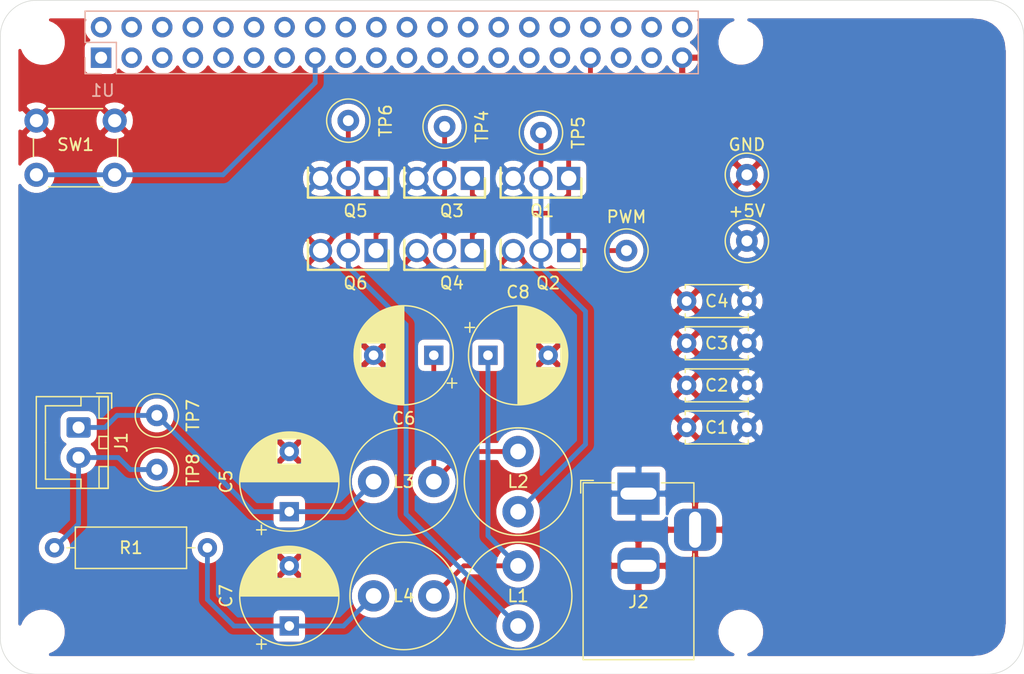
<source format=kicad_pcb>
(kicad_pcb (version 20171130) (host pcbnew "(5.1.5)-2")
  (title_block (title CAL_V_Simulation) (date 2020-08-02) (company "Sleep System Lab."))
  (layers (0 F.Cu signal hide) (31 B.Cu signal hide) (34 B.Paste user) (35 F.Paste user) (36 B.SilkS user) (37 F.SilkS user) (38 B.Mask user) (39 F.Mask user) (44 Edge.Cuts user))
  (net 0 "")
  (net 1 GND)
  (net 2 +5V)
  (net 3 "Net-(L1-Pad1)")
  (net 4 "Net-(L2-Pad1)")
  (net 5 /PWM)
  (net 6 "Net-(Q3-Pad2)")
  (net 7 "Net-(SW1-Pad2)")
  (net 8 "Net-(U1-Pad1)")
  (net 9 "Net-(U1-Pad3)")
  (net 10 "Net-(U1-Pad5)")
  (net 11 "Net-(U1-Pad7)")
  (net 12 "Net-(U1-Pad8)")
  (net 13 "Net-(U1-Pad10)")
  (net 14 "Net-(U1-Pad11)")
  (net 15 "Net-(U1-Pad12)")
  (net 16 "Net-(U1-Pad13)")
  (net 17 "Net-(U1-Pad16)")
  (net 18 "Net-(U1-Pad17)")
  (net 19 "Net-(U1-Pad18)")
  (net 20 "Net-(U1-Pad19)")
  (net 21 "Net-(U1-Pad21)")
  (net 22 "Net-(U1-Pad22)")
  (net 23 "Net-(U1-Pad23)")
  (net 24 "Net-(U1-Pad24)")
  (net 25 "Net-(U1-Pad26)")
  (net 26 "Net-(U1-Pad27)")
  (net 27 "Net-(U1-Pad28)")
  (net 28 "Net-(U1-Pad29)")
  (net 29 "Net-(U1-Pad31)")
  (net 30 "Net-(U1-Pad35)")
  (net 31 "Net-(U1-Pad36)")
  (net 32 "Net-(U1-Pad37)")
  (net 33 "Net-(U1-Pad38)")
  (net 34 "Net-(U1-Pad40)")
  (net 35 "Net-(U1-Pad6)")
  (net 36 "Net-(U1-Pad14)")
  (net 37 "Net-(U1-Pad20)")
  (net 38 "Net-(U1-Pad30)")
  (net 39 "Net-(U1-Pad32)")
  (net 40 "Net-(U1-Pad34)")
  (net 41 "Net-(C5-Pad1)")
  (net 42 "Net-(C6-Pad1)")
  (net 43 "Net-(C7-Pad1)")
  (net 44 "Net-(C8-Pad1)")
  (net 45 "Net-(J1-Pad2)")
  (net 46 "Net-(U1-Pad2)")
  (net 47 "Net-(U1-Pad4)")
  (net 48 "Net-(U1-Pad9)")
  (net 49 "Net-(U1-Pad25)")
  (module TestPoint:TestPoint_Loop_D3.50mm_Drill0.9mm_Beaded (layer F.Cu) (at 94.9 105 90)
    (fp_text reference TP5 (at 0 3.1 90) (layer F.SilkS))
    (fp_text value TestPoint)
    (pad 1 thru_hole circle (at 0 0 90) (size 1.8 1.8) (drill 0.9) (layers *.Cu *.Mask) (net 4 "Net-(L2-Pad1)"))
  )
  (module Connector_JST:JST_XH_B2B-XH-A_1x02_P2.50mm_Vertical (layer F.Cu) (at 56.5 129.5 270)
    (fp_text reference J1 (at 1.25 -3.55 90) (layer F.SilkS))
    (fp_text value SPK)
    (pad 1 thru_hole roundrect (at 0 0 270) (size 1.7 2) (drill 1) (layers *.Cu *.Mask) (roundrect_rratio 0.147059) (net 41 "Net-(C5-Pad1)"))
    (pad 2 thru_hole oval (at 2.5 0 270) (size 1.7 2) (drill 1) (layers *.Cu *.Mask) (net 45 "Net-(J1-Pad2)"))
  )
  (module TestPoint:TestPoint_Loop_D3.50mm_Drill0.9mm_Beaded (layer F.Cu) (at 102 114.8 90)
    (fp_text reference PWM (at 2.8 0 180) (layer F.SilkS))
    (fp_text value TestPoint)
    (pad 1 thru_hole circle (at 0 0 90) (size 1.8 1.8) (drill 0.9) (layers *.Cu *.Mask) (net 5 /PWM))
  )
  (module TestPoint:TestPoint_Loop_D3.50mm_Drill0.9mm_Beaded (layer F.Cu) (at 86.9 104.5 90)
    (fp_text reference TP4 (at 0 3.1 90) (layer F.SilkS))
    (fp_text value TestPoint)
    (pad 1 thru_hole circle (at 0 0 90) (size 1.8 1.8) (drill 0.9) (layers *.Cu *.Mask) (net 6 "Net-(Q3-Pad2)"))
  )
  (module Button_Switch_THT:SW_PUSH_6mm (layer F.Cu) (at 53 104)
    (fp_text reference SW1 (at 3.25 2) (layer F.SilkS))
    (fp_text value SW_Push)
    (pad 2 thru_hole circle (at 0 4.5 90) (size 2 2) (drill 1.1) (layers *.Cu *.Mask) (net 7 "Net-(SW1-Pad2)"))
    (pad 1 thru_hole circle (at 0 0 90) (size 2 2) (drill 1.1) (layers *.Cu *.Mask) (net 1 GND))
    (pad 2 thru_hole circle (at 6.5 4.5 90) (size 2 2) (drill 1.1) (layers *.Cu *.Mask) (net 7 "Net-(SW1-Pad2)"))
    (pad 1 thru_hole circle (at 6.5 0 90) (size 2 2) (drill 1.1) (layers *.Cu *.Mask) (net 1 GND))
  )
  (module Connector_BarrelJack:BarrelJack_Horizontal (layer F.Cu) (at 103 135 90)
    (fp_text reference J2 (at -9 0 180) (layer F.SilkS))
    (fp_text value POWER)
    (pad 1 thru_hole rect (at 0 0 90) (size 3.5 3.5) (drill oval 1 3) (layers *.Cu *.Mask) (net 2 +5V))
    (pad 2 thru_hole roundrect (at -6 0 90) (size 3 3.5) (drill oval 1 3) (layers *.Cu *.Mask) (net 1 GND))
    (pad 3 thru_hole roundrect (at -3 4.7 90) (size 3.5 3.5) (drill oval 3 1) (layers *.Cu *.Mask) (net 1 GND))
  )
  (module MountingHole:MountingHole_2.7mm_M2.5 (layer F.Cu) (at 111.5 146.5)
    (fp_text reference MH4 hide)
    (fp_text value MountingHole_2.7mm_M2.5 hide)
    (pad 1 np_thru_hole circle (at 0 0) (size 2.7 2.7) (drill 2.7) (layers *.Cu *.Mask))
  )
  (module MountingHole:MountingHole_2.7mm_M2.5 (layer F.Cu) (at 111.5 97.5)
    (fp_text reference MH1 hide)
    (fp_text value MountingHole_2.7mm_M2.5 hide)
    (pad 1 np_thru_hole circle (at 0 0) (size 2.7 2.7) (drill 2.7) (layers *.Cu *.Mask))
  )
  (module MountingHole:MountingHole_2.7mm_M2.5 (layer F.Cu) (at 53.5 97.5)
    (fp_text reference MH2 hide)
    (fp_text value MountingHole_2.7mm_M2.5 hide)
    (pad 1 np_thru_hole circle (at 0 0) (size 2.7 2.7) (drill 2.7) (layers *.Cu *.Mask))
  )
  (module MountingHole:MountingHole_2.7mm_M2.5 (layer F.Cu) (at 53.5 146.5)
    (fp_text reference MH3 hide)
    (fp_text value MountingHole_2.7mm_M2.5 hide)
    (pad 1 np_thru_hole circle (at 0 0) (size 2.7 2.7) (drill 2.7) (layers *.Cu *.Mask))
  )
  (module Connector_PinSocket_2.54mm:PinSocket_2x20_P2.54mm_Vertical (layer B.Cu) (at 58.37 98.77 270)
    (fp_text reference U1 (at 2.73 -0.13) (layer B.SilkS) (effects (justify mirror)))
    (fp_text value Raspberry_Pi_2)
    (pad 1 thru_hole rect (at 0 0 270) (size 1.7 1.7) (drill 1) (layers *.Cu *.Mask) (net 8 "Net-(U1-Pad1)"))
    (pad 2 thru_hole oval (at -2.54 0 270) (size 1.7 1.7) (drill 1) (layers *.Cu *.Mask) (net 46 "Net-(U1-Pad2)"))
    (pad 3 thru_hole oval (at 0 -2.54 270) (size 1.7 1.7) (drill 1) (layers *.Cu *.Mask) (net 9 "Net-(U1-Pad3)"))
    (pad 4 thru_hole oval (at -2.54 -2.54 270) (size 1.7 1.7) (drill 1) (layers *.Cu *.Mask) (net 47 "Net-(U1-Pad4)"))
    (pad 5 thru_hole oval (at 0 -5.08 270) (size 1.7 1.7) (drill 1) (layers *.Cu *.Mask) (net 10 "Net-(U1-Pad5)"))
    (pad 6 thru_hole oval (at -2.54 -5.08 270) (size 1.7 1.7) (drill 1) (layers *.Cu *.Mask) (net 35 "Net-(U1-Pad6)"))
    (pad 7 thru_hole oval (at 0 -7.62 270) (size 1.7 1.7) (drill 1) (layers *.Cu *.Mask) (net 11 "Net-(U1-Pad7)"))
    (pad 8 thru_hole oval (at -2.54 -7.62 270) (size 1.7 1.7) (drill 1) (layers *.Cu *.Mask) (net 12 "Net-(U1-Pad8)"))
    (pad 9 thru_hole oval (at 0 -10.16 270) (size 1.7 1.7) (drill 1) (layers *.Cu *.Mask) (net 48 "Net-(U1-Pad9)"))
    (pad 10 thru_hole oval (at -2.54 -10.16 270) (size 1.7 1.7) (drill 1) (layers *.Cu *.Mask) (net 13 "Net-(U1-Pad10)"))
    (pad 11 thru_hole oval (at 0 -12.7 270) (size 1.7 1.7) (drill 1) (layers *.Cu *.Mask) (net 14 "Net-(U1-Pad11)"))
    (pad 12 thru_hole oval (at -2.54 -12.7 270) (size 1.7 1.7) (drill 1) (layers *.Cu *.Mask) (net 15 "Net-(U1-Pad12)"))
    (pad 13 thru_hole oval (at 0 -15.24 270) (size 1.7 1.7) (drill 1) (layers *.Cu *.Mask) (net 16 "Net-(U1-Pad13)"))
    (pad 14 thru_hole oval (at -2.54 -15.24 270) (size 1.7 1.7) (drill 1) (layers *.Cu *.Mask) (net 36 "Net-(U1-Pad14)"))
    (pad 15 thru_hole oval (at 0 -17.78 270) (size 1.7 1.7) (drill 1) (layers *.Cu *.Mask) (net 7 "Net-(SW1-Pad2)"))
    (pad 16 thru_hole oval (at -2.54 -17.78 270) (size 1.7 1.7) (drill 1) (layers *.Cu *.Mask) (net 17 "Net-(U1-Pad16)"))
    (pad 17 thru_hole oval (at 0 -20.32 270) (size 1.7 1.7) (drill 1) (layers *.Cu *.Mask) (net 18 "Net-(U1-Pad17)"))
    (pad 18 thru_hole oval (at -2.54 -20.32 270) (size 1.7 1.7) (drill 1) (layers *.Cu *.Mask) (net 19 "Net-(U1-Pad18)"))
    (pad 19 thru_hole oval (at 0 -22.86 270) (size 1.7 1.7) (drill 1) (layers *.Cu *.Mask) (net 20 "Net-(U1-Pad19)"))
    (pad 20 thru_hole oval (at -2.54 -22.86 270) (size 1.7 1.7) (drill 1) (layers *.Cu *.Mask) (net 37 "Net-(U1-Pad20)"))
    (pad 21 thru_hole oval (at 0 -25.4 270) (size 1.7 1.7) (drill 1) (layers *.Cu *.Mask) (net 21 "Net-(U1-Pad21)"))
    (pad 22 thru_hole oval (at -2.54 -25.4 270) (size 1.7 1.7) (drill 1) (layers *.Cu *.Mask) (net 22 "Net-(U1-Pad22)"))
    (pad 23 thru_hole oval (at 0 -27.94 270) (size 1.7 1.7) (drill 1) (layers *.Cu *.Mask) (net 23 "Net-(U1-Pad23)"))
    (pad 24 thru_hole oval (at -2.54 -27.94 270) (size 1.7 1.7) (drill 1) (layers *.Cu *.Mask) (net 24 "Net-(U1-Pad24)"))
    (pad 25 thru_hole oval (at 0 -30.48 270) (size 1.7 1.7) (drill 1) (layers *.Cu *.Mask) (net 49 "Net-(U1-Pad25)"))
    (pad 26 thru_hole oval (at -2.54 -30.48 270) (size 1.7 1.7) (drill 1) (layers *.Cu *.Mask) (net 25 "Net-(U1-Pad26)"))
    (pad 27 thru_hole oval (at 0 -33.02 270) (size 1.7 1.7) (drill 1) (layers *.Cu *.Mask) (net 26 "Net-(U1-Pad27)"))
    (pad 28 thru_hole oval (at -2.54 -33.02 270) (size 1.7 1.7) (drill 1) (layers *.Cu *.Mask) (net 27 "Net-(U1-Pad28)"))
    (pad 29 thru_hole oval (at 0 -35.56 270) (size 1.7 1.7) (drill 1) (layers *.Cu *.Mask) (net 28 "Net-(U1-Pad29)"))
    (pad 30 thru_hole oval (at -2.54 -35.56 270) (size 1.7 1.7) (drill 1) (layers *.Cu *.Mask) (net 38 "Net-(U1-Pad30)"))
    (pad 31 thru_hole oval (at 0 -38.1 270) (size 1.7 1.7) (drill 1) (layers *.Cu *.Mask) (net 29 "Net-(U1-Pad31)"))
    (pad 32 thru_hole oval (at -2.54 -38.1 270) (size 1.7 1.7) (drill 1) (layers *.Cu *.Mask) (net 39 "Net-(U1-Pad32)"))
    (pad 33 thru_hole oval (at 0 -40.64 270) (size 1.7 1.7) (drill 1) (layers *.Cu *.Mask) (net 5 /PWM))
    (pad 34 thru_hole oval (at -2.54 -40.64 270) (size 1.7 1.7) (drill 1) (layers *.Cu *.Mask) (net 40 "Net-(U1-Pad34)"))
    (pad 35 thru_hole oval (at 0 -43.18 270) (size 1.7 1.7) (drill 1) (layers *.Cu *.Mask) (net 30 "Net-(U1-Pad35)"))
    (pad 36 thru_hole oval (at -2.54 -43.18 270) (size 1.7 1.7) (drill 1) (layers *.Cu *.Mask) (net 31 "Net-(U1-Pad36)"))
    (pad 37 thru_hole oval (at 0 -45.72 270) (size 1.7 1.7) (drill 1) (layers *.Cu *.Mask) (net 32 "Net-(U1-Pad37)"))
    (pad 38 thru_hole oval (at -2.54 -45.72 270) (size 1.7 1.7) (drill 1) (layers *.Cu *.Mask) (net 33 "Net-(U1-Pad38)"))
    (pad 39 thru_hole oval (at 0 -48.26 270) (size 1.7 1.7) (drill 1) (layers *.Cu *.Mask) (net 1 GND))
    (pad 40 thru_hole oval (at -2.54 -48.26 270) (size 1.7 1.7) (drill 1) (layers *.Cu *.Mask) (net 34 "Net-(U1-Pad40)"))
  )
  (module Capacitor_THT:C_Disc_D5.0mm_W2.5mm_P5.00mm (layer F.Cu) (at 107 129.5)
    (fp_text reference C1 (at 2.5 0) (layer F.SilkS))
    (fp_text value 10μF)
    (pad 2 thru_hole circle (at 5 0) (size 1.6 1.6) (drill 0.8) (layers *.Cu *.Mask) (net 2 +5V))
    (pad 1 thru_hole circle (at 0 0) (size 1.6 1.6) (drill 0.8) (layers *.Cu *.Mask) (net 1 GND))
  )
  (module Capacitor_THT:C_Disc_D5.0mm_W2.5mm_P5.00mm (layer F.Cu) (at 107 126)
    (fp_text reference C2 (at 2.5 0) (layer F.SilkS))
    (fp_text value 10μF)
    (pad 1 thru_hole circle (at 0 0) (size 1.6 1.6) (drill 0.8) (layers *.Cu *.Mask) (net 1 GND))
    (pad 2 thru_hole circle (at 5 0) (size 1.6 1.6) (drill 0.8) (layers *.Cu *.Mask) (net 2 +5V))
  )
  (module Capacitor_THT:C_Disc_D5.0mm_W2.5mm_P5.00mm (layer F.Cu) (at 107 122.5)
    (fp_text reference C3 (at 2.5 0) (layer F.SilkS))
    (fp_text value 10μF)
    (pad 2 thru_hole circle (at 5 0) (size 1.6 1.6) (drill 0.8) (layers *.Cu *.Mask) (net 2 +5V))
    (pad 1 thru_hole circle (at 0 0) (size 1.6 1.6) (drill 0.8) (layers *.Cu *.Mask) (net 1 GND))
  )
  (module Capacitor_THT:C_Disc_D5.0mm_W2.5mm_P5.00mm (layer F.Cu) (at 107 119)
    (fp_text reference C4 (at 2.5 0) (layer F.SilkS))
    (fp_text value 10μF)
    (pad 1 thru_hole circle (at 0 0) (size 1.6 1.6) (drill 0.8) (layers *.Cu *.Mask) (net 1 GND))
    (pad 2 thru_hole circle (at 5 0) (size 1.6 1.6) (drill 0.8) (layers *.Cu *.Mask) (net 2 +5V))
  )
  (module Capacitor_THT:CP_Radial_D8.0mm_P5.00mm (layer F.Cu) (at 74 136.5 90)
    (fp_text reference C5 (at 2.5 -5.25 90) (layer F.SilkS))
    (fp_text value 470μF)
    (pad 1 thru_hole rect (at 0 0 90) (size 1.6 1.6) (drill 0.8) (layers *.Cu *.Mask) (net 41 "Net-(C5-Pad1)"))
    (pad 2 thru_hole circle (at 5 0 90) (size 1.6 1.6) (drill 0.8) (layers *.Cu *.Mask) (net 1 GND))
  )
  (module Capacitor_THT:CP_Radial_D8.0mm_P5.00mm (layer F.Cu) (at 86 123.5 180)
    (fp_text reference C6 (at 2.5 -5.25) (layer F.SilkS))
    (fp_text value 470μF)
    (pad 2 thru_hole circle (at 5 0 180) (size 1.6 1.6) (drill 0.8) (layers *.Cu *.Mask) (net 1 GND))
    (pad 1 thru_hole rect (at 0 0 180) (size 1.6 1.6) (drill 0.8) (layers *.Cu *.Mask) (net 42 "Net-(C6-Pad1)"))
  )
  (module Capacitor_THT:CP_Radial_D8.0mm_P5.00mm (layer F.Cu) (at 74 146 90)
    (fp_text reference C7 (at 2.5 -5.25 90) (layer F.SilkS))
    (fp_text value 470μF)
    (pad 2 thru_hole circle (at 5 0 90) (size 1.6 1.6) (drill 0.8) (layers *.Cu *.Mask) (net 1 GND))
    (pad 1 thru_hole rect (at 0 0 90) (size 1.6 1.6) (drill 0.8) (layers *.Cu *.Mask) (net 43 "Net-(C7-Pad1)"))
  )
  (module Capacitor_THT:CP_Radial_D8.0mm_P5.00mm (layer F.Cu) (at 90.5 123.5)
    (fp_text reference C8 (at 2.5 -5.25) (layer F.SilkS))
    (fp_text value 470μF)
    (pad 1 thru_hole rect (at 0 0) (size 1.6 1.6) (drill 0.8) (layers *.Cu *.Mask) (net 44 "Net-(C8-Pad1)"))
    (pad 2 thru_hole circle (at 5 0) (size 1.6 1.6) (drill 0.8) (layers *.Cu *.Mask) (net 1 GND))
  )
  (module Original_library:2SJ681 (layer F.Cu) (at 95.5 111 180)
    (fp_text reference Q1 (at 0.5 -0.5) (layer F.SilkS))
    (fp_text value 2SJ681)
    (pad 3 thru_hole circle (at 2.9 2.2 180) (size 1.92 1.92) (drill 1.28) (layers *.Cu *.Mask) (net 2 +5V))
    (pad 2 thru_hole circle (at 0.6 2.2 180) (size 1.92 1.92) (drill 1.28) (layers *.Cu *.Mask) (net 4 "Net-(L2-Pad1)"))
    (pad 1 thru_hole rect (at -1.7 2.2 180) (size 1.92 1.92) (drill 1.28) (layers *.Cu *.Mask) (net 5 /PWM))
  )
  (module Original_library:2SK4017 (layer F.Cu) (at 95.5 117 180)
    (fp_text reference Q2 (at 0 -0.5) (layer F.SilkS))
    (fp_text value 2SK4017)
    (pad 3 thru_hole circle (at 2.9 2.2 180) (size 1.92 1.92) (drill 1.28) (layers *.Cu *.Mask) (net 1 GND))
    (pad 2 thru_hole circle (at 0.6 2.2 180) (size 1.92 1.92) (drill 1.28) (layers *.Cu *.Mask) (net 4 "Net-(L2-Pad1)"))
    (pad 1 thru_hole rect (at -1.7 2.2 180) (size 1.92 1.92) (drill 1.28) (layers *.Cu *.Mask) (net 5 /PWM))
  )
  (module Original_library:2SJ681 (layer F.Cu) (at 87.5 111 180)
    (fp_text reference Q3 (at 0 -0.5) (layer F.SilkS))
    (fp_text value 2SJ681)
    (pad 1 thru_hole rect (at -1.7 2.2 180) (size 1.92 1.92) (drill 1.28) (layers *.Cu *.Mask) (net 5 /PWM))
    (pad 2 thru_hole circle (at 0.6 2.2 180) (size 1.92 1.92) (drill 1.28) (layers *.Cu *.Mask) (net 6 "Net-(Q3-Pad2)"))
    (pad 3 thru_hole circle (at 2.9 2.2 180) (size 1.92 1.92) (drill 1.28) (layers *.Cu *.Mask) (net 2 +5V))
  )
  (module Original_library:2SK4017 (layer F.Cu) (at 87.5 117 180)
    (fp_text reference Q4 (at 0 -0.5) (layer F.SilkS))
    (fp_text value 2SK4017)
    (pad 1 thru_hole rect (at -1.7 2.2 180) (size 1.92 1.92) (drill 1.28) (layers *.Cu *.Mask) (net 5 /PWM))
    (pad 2 thru_hole circle (at 0.6 2.2 180) (size 1.92 1.92) (drill 1.28) (layers *.Cu *.Mask) (net 6 "Net-(Q3-Pad2)"))
    (pad 3 thru_hole circle (at 2.9 2.2 180) (size 1.92 1.92) (drill 1.28) (layers *.Cu *.Mask) (net 1 GND))
  )
  (module Original_library:2SJ681 (layer F.Cu) (at 79.5 111 180)
    (fp_text reference Q5 (at 0 -0.5) (layer F.SilkS))
    (fp_text value 2SJ681)
    (pad 3 thru_hole circle (at 2.9 2.2 180) (size 1.92 1.92) (drill 1.28) (layers *.Cu *.Mask) (net 2 +5V))
    (pad 2 thru_hole circle (at 0.6 2.2 180) (size 1.92 1.92) (drill 1.28) (layers *.Cu *.Mask) (net 3 "Net-(L1-Pad1)"))
    (pad 1 thru_hole rect (at -1.7 2.2 180) (size 1.92 1.92) (drill 1.28) (layers *.Cu *.Mask) (net 6 "Net-(Q3-Pad2)"))
  )
  (module Original_library:2SK4017 (layer F.Cu) (at 79.5 117 180)
    (fp_text reference Q6 (at 0 -0.5) (layer F.SilkS))
    (fp_text value 2SK4017)
    (pad 3 thru_hole circle (at 2.9 2.2 180) (size 1.92 1.92) (drill 1.28) (layers *.Cu *.Mask) (net 1 GND))
    (pad 2 thru_hole circle (at 0.6 2.2 180) (size 1.92 1.92) (drill 1.28) (layers *.Cu *.Mask) (net 3 "Net-(L1-Pad1)"))
    (pad 1 thru_hole rect (at -1.7 2.2 180) (size 1.92 1.92) (drill 1.28) (layers *.Cu *.Mask) (net 6 "Net-(Q3-Pad2)"))
  )
  (module Resistor_THT:R_Axial_DIN0309_L9.0mm_D3.2mm_P12.70mm_Horizontal (layer F.Cu) (at 54.5 139.5)
    (fp_text reference R1 (at 6.35 0) (layer F.SilkS))
    (fp_text value 27Ω)
    (pad 1 thru_hole circle (at 0 0) (size 1.6 1.6) (drill 0.8) (layers *.Cu *.Mask) (net 45 "Net-(J1-Pad2)"))
    (pad 2 thru_hole oval (at 12.7 0) (size 1.6 1.6) (drill 0.8) (layers *.Cu *.Mask) (net 43 "Net-(C7-Pad1)"))
  )
  (module TestPoint:TestPoint_Loop_D3.50mm_Drill0.9mm_Beaded (layer F.Cu) (at 112 108.5)
    (fp_text reference GND (at 0 -2.5) (layer F.SilkS))
    (fp_text value TestPoint)
    (pad 1 thru_hole circle (at 0 0) (size 1.8 1.8) (drill 0.9) (layers *.Cu *.Mask) (net 1 GND))
  )
  (module TestPoint:TestPoint_Loop_D3.50mm_Drill0.9mm_Beaded (layer F.Cu) (at 112 114)
    (fp_text reference +5V (at 0 -2.5) (layer F.SilkS))
    (fp_text value TestPoint)
    (pad 1 thru_hole circle (at 0 0) (size 1.8 1.8) (drill 0.9) (layers *.Cu *.Mask) (net 2 +5V))
  )
  (module TestPoint:TestPoint_Loop_D3.50mm_Drill0.9mm_Beaded (layer F.Cu) (at 78.9 104 90)
    (fp_text reference TP6 (at 0 3.1 90) (layer F.SilkS))
    (fp_text value TestPoint)
    (pad 1 thru_hole circle (at 0 0 90) (size 1.8 1.8) (drill 0.9) (layers *.Cu *.Mask) (net 3 "Net-(L1-Pad1)"))
  )
  (module TestPoint:TestPoint_Loop_D3.50mm_Drill0.9mm_Beaded (layer F.Cu) (at 63 128.5 270)
    (fp_text reference TP7 (at 0 -3 90) (layer F.SilkS))
    (fp_text value TestPoint)
    (pad 1 thru_hole circle (at 0 0 270) (size 1.8 1.8) (drill 0.9) (layers *.Cu *.Mask) (net 41 "Net-(C5-Pad1)"))
  )
  (module TestPoint:TestPoint_Loop_D3.50mm_Drill0.9mm_Beaded (layer F.Cu) (at 63 133 270)
    (fp_text reference TP8 (at 0 -3 90) (layer F.SilkS))
    (fp_text value TestPoint)
    (pad 1 thru_hole circle (at 0 0 270) (size 1.8 1.8) (drill 0.9) (layers *.Cu *.Mask) (net 45 "Net-(J1-Pad2)"))
  )
  (module Inductor_THT:L_Radial_D8.7mm_P5.00mm_Fastron_07HCP (layer F.Cu) (at 93 146 90)
    (fp_text reference L1 (at 2.5 0 180) (layer F.SilkS))
    (fp_text value 100μH)
    (pad 1 thru_hole circle (at 0 0 90) (size 2.6 2.6) (drill 1.3) (layers *.Cu *.Mask) (net 3 "Net-(L1-Pad1)"))
    (pad 2 thru_hole circle (at 5 0 90) (size 2.6 2.6) (drill 1.3) (layers *.Cu *.Mask) (net 44 "Net-(C8-Pad1)"))
  )
  (module Inductor_THT:L_Radial_D8.7mm_P5.00mm_Fastron_07HCP (layer F.Cu) (at 93 136.5 90)
    (fp_text reference L2 (at 2.5 0 180) (layer F.SilkS))
    (fp_text value 100μH)
    (pad 2 thru_hole circle (at 5 0 90) (size 2.6 2.6) (drill 1.3) (layers *.Cu *.Mask) (net 42 "Net-(C6-Pad1)"))
    (pad 1 thru_hole circle (at 0 0 90) (size 2.6 2.6) (drill 1.3) (layers *.Cu *.Mask) (net 4 "Net-(L2-Pad1)"))
  )
  (module Inductor_THT:L_Radial_D8.7mm_P5.00mm_Fastron_07HCP (layer F.Cu) (at 86 134 180)
    (fp_text reference L3 (at 2.5 0) (layer F.SilkS))
    (fp_text value 100μH)
    (pad 1 thru_hole circle (at 0 0 180) (size 2.6 2.6) (drill 1.3) (layers *.Cu *.Mask) (net 42 "Net-(C6-Pad1)"))
    (pad 2 thru_hole circle (at 5 0 180) (size 2.6 2.6) (drill 1.3) (layers *.Cu *.Mask) (net 41 "Net-(C5-Pad1)"))
  )
  (module Inductor_THT:L_Radial_D8.7mm_P5.00mm_Fastron_07HCP (layer F.Cu) (at 86 143.5 180)
    (fp_text reference L4 (at 2.5 0) (layer F.SilkS))
    (fp_text value 100μH)
    (pad 2 thru_hole circle (at 5 0 180) (size 2.6 2.6) (drill 1.3) (layers *.Cu *.Mask) (net 43 "Net-(C7-Pad1)"))
    (pad 1 thru_hole circle (at 0 0 180) (size 2.6 2.6) (drill 1.3) (layers *.Cu *.Mask) (net 44 "Net-(C8-Pad1)"))
  )
  (gr_line (start 53 94) (end 132 94) (layer Edge.Cuts) (width 0.05))
  (gr_arc (start 53 97) (end 53 94) (angle -90) (layer Edge.Cuts) (width 0.05))
  (gr_arc (start 132 97) (end 135 97) (angle -90) (layer Edge.Cuts) (width 0.05))
  (gr_line (start 135 147) (end 135 97) (layer Edge.Cuts) (width 0.05))
  (gr_arc (start 132 147) (end 132 150) (angle -90) (layer Edge.Cuts) (width 0.05))
  (gr_line (start 53 150) (end 132 150) (layer Edge.Cuts) (width 0.05))
  (gr_arc (start 53 147) (end 50 147) (angle -90) (layer Edge.Cuts) (width 0.05))
  (gr_line (start 50 147) (end 50 97) (layer Edge.Cuts) (width 0.05))
  (segment (start 78.9 104) (end 78.9 108.8) (width 0.4) (layer F.Cu) (net 3))
  (segment (start 78.9 110.157645) (end 78.9 114.8) (width 0.4) (layer F.Cu) (net 3))
  (segment (start 78.9 108.8) (end 78.9 110.157645) (width 0.4) (layer F.Cu) (net 3))
  (segment (start 83.7 136.7) (end 93 146) (width 0.4) (layer B.Cu) (net 3))
  (segment (start 78.9 114.8) (end 78.9 116.157645) (width 0.4) (layer B.Cu) (net 3))
  (segment (start 83.7 120.957645) (end 83.7 136.7) (width 0.4) (layer B.Cu) (net 3))
  (segment (start 78.9 116.157645) (end 83.7 120.957645) (width 0.4) (layer B.Cu) (net 3))
  (segment (start 94.9 105) (end 94.9 108.8) (width 0.4) (layer F.Cu) (net 4))
  (segment (start 94.9 110.157645) (end 94.9 114.8) (width 0.4) (layer B.Cu) (net 4))
  (segment (start 94.9 108.8) (end 94.9 110.157645) (width 0.4) (layer B.Cu) (net 4))
  (segment (start 94.9 116.157645) (end 98.6 119.857645) (width 0.4) (layer B.Cu) (net 4))
  (segment (start 94.9 114.8) (end 94.9 116.157645) (width 0.4) (layer B.Cu) (net 4))
  (segment (start 98.6 130.9) (end 93 136.5) (width 0.4) (layer B.Cu) (net 4))
  (segment (start 98.6 119.857645) (end 98.6 130.9) (width 0.4) (layer B.Cu) (net 4))
  (segment (start 89.2 113.44) (end 90.94 111.7) (width 0.4) (layer F.Cu) (net 5))
  (segment (start 89.2 114.8) (end 89.2 113.44) (width 0.4) (layer F.Cu) (net 5))
  (segment (start 97.2 110.16) (end 97.2 108.8) (width 0.4) (layer F.Cu) (net 5))
  (segment (start 95.66 111.7) (end 97.2 110.16) (width 0.4) (layer F.Cu) (net 5))
  (segment (start 90.94 111.7) (end 95.66 111.7) (width 0.4) (layer F.Cu) (net 5))
  (segment (start 97.2 113.24) (end 97.2 114.8) (width 0.4) (layer F.Cu) (net 5))
  (segment (start 95.66 111.7) (end 97.2 113.24) (width 0.4) (layer F.Cu) (net 5))
  (segment (start 90.74 111.7) (end 90.94 111.7) (width 0.4) (layer F.Cu) (net 5))
  (segment (start 89.2 110.16) (end 90.74 111.7) (width 0.4) (layer F.Cu) (net 5))
  (segment (start 89.2 108.8) (end 89.2 110.16) (width 0.4) (layer F.Cu) (net 5))
  (segment (start 98.56 114.8) (end 102 114.8) (width 0.4) (layer F.Cu) (net 5))
  (segment (start 97.2 114.8) (end 98.56 114.8) (width 0.4) (layer F.Cu) (net 5))
  (segment (start 97.2 108.8) (end 97.2 105.8) (width 0.4) (layer F.Cu) (net 5))
  (segment (start 99.01 103.99) (end 99.01 98.77) (width 0.4) (layer F.Cu) (net 5))
  (segment (start 97.2 105.8) (end 99.01 103.99) (width 0.4) (layer F.Cu) (net 5))
  (segment (start 86.9 104.5) (end 86.9 108.8) (width 0.4) (layer F.Cu) (net 6))
  (segment (start 81.2 110.16) (end 82.84 111.8) (width 0.4) (layer F.Cu) (net 6))
  (segment (start 81.2 108.8) (end 81.2 110.16) (width 0.4) (layer F.Cu) (net 6))
  (segment (start 82.84 111.8) (end 83.9 111.8) (width 0.4) (layer F.Cu) (net 6))
  (segment (start 81.2 113.44) (end 81.2 114.8) (width 0.4) (layer F.Cu) (net 6))
  (segment (start 82.84 111.8) (end 81.2 113.44) (width 0.4) (layer F.Cu) (net 6))
  (segment (start 86.9 113.442355) (end 85.257645 111.8) (width 0.4) (layer F.Cu) (net 6))
  (segment (start 86.9 114.8) (end 86.9 113.442355) (width 0.4) (layer F.Cu) (net 6))
  (segment (start 86.9 110.157645) (end 85.257645 111.8) (width 0.4) (layer F.Cu) (net 6))
  (segment (start 86.9 108.8) (end 86.9 110.157645) (width 0.4) (layer F.Cu) (net 6))
  (segment (start 83.9 111.8) (end 85.257645 111.8) (width 0.4) (layer F.Cu) (net 6))
  (segment (start 53 108.5) (end 59.5 108.5) (width 0.4) (layer B.Cu) (net 7))
  (segment (start 59.5 108.5) (end 68.5 108.5) (width 0.4) (layer B.Cu) (net 7))
  (segment (start 76.15 100.85) (end 76.15 98.77) (width 0.4) (layer B.Cu) (net 7))
  (segment (start 68.5 108.5) (end 76.15 100.85) (width 0.4) (layer B.Cu) (net 7))
  (segment (start 56.5 129.5) (end 58.7 129.5) (width 0.4) (layer B.Cu) (net 41))
  (segment (start 59.7 128.5) (end 63 128.5) (width 0.4) (layer B.Cu) (net 41))
  (segment (start 58.7 129.5) (end 59.7 128.5) (width 0.4) (layer B.Cu) (net 41))
  (segment (start 71 136.5) (end 63 128.5) (width 0.4) (layer B.Cu) (net 41))
  (segment (start 74 136.5) (end 71 136.5) (width 0.4) (layer B.Cu) (net 41))
  (segment (start 78.5 136.5) (end 81 134) (width 0.4) (layer B.Cu) (net 41))
  (segment (start 74 136.5) (end 78.5 136.5) (width 0.4) (layer B.Cu) (net 41))
  (segment (start 86 123.5) (end 86 134) (width 0.4) (layer F.Cu) (net 42))
  (segment (start 86 134) (end 88.5 131.5) (width 0.4) (layer F.Cu) (net 42))
  (segment (start 88.5 131.5) (end 93 131.5) (width 0.4) (layer F.Cu) (net 42))
  (segment (start 78.5 146) (end 81 143.5) (width 0.4) (layer B.Cu) (net 43))
  (segment (start 74 146) (end 78.5 146) (width 0.4) (layer B.Cu) (net 43))
  (segment (start 74 146) (end 69.4 146) (width 0.4) (layer B.Cu) (net 43))
  (segment (start 67.2 143.8) (end 67.2 139.5) (width 0.4) (layer B.Cu) (net 43))
  (segment (start 69.4 146) (end 67.2 143.8) (width 0.4) (layer B.Cu) (net 43))
  (segment (start 88.5 141) (end 93 141) (width 0.4) (layer F.Cu) (net 44))
  (segment (start 86 143.5) (end 88.5 141) (width 0.4) (layer F.Cu) (net 44))
  (segment (start 90.5 138.5) (end 93 141) (width 0.4) (layer B.Cu) (net 44))
  (segment (start 90.5 123.5) (end 90.5 138.5) (width 0.4) (layer B.Cu) (net 44))
  (segment (start 56.5 137.5) (end 54.5 139.5) (width 0.4) (layer B.Cu) (net 45))
  (segment (start 56.5 132) (end 56.5 137.5) (width 0.4) (layer B.Cu) (net 45))
  (segment (start 63 133) (end 60.8 133) (width 0.4) (layer B.Cu) (net 45))
  (segment (start 59.8 132) (end 56.5 132) (width 0.4) (layer B.Cu) (net 45))
  (segment (start 60.8 133) (end 59.8 132) (width 0.4) (layer B.Cu) (net 45))
  (zone (net 1) (net_name GND) (layer F.Cu) (connect_pads (clearance 0.508)) (min_thickness 0.254) (fill yes (arc_segments 32) (thermal_gap 0.508) (thermal_bridge_width 0.508))
    (polygon (pts (xy 133.5 148.5) (xy 51.5 148.5) (xy 51.5 95.5) (xy 133.5 95.5)))
  )
  (zone (net 2) (net_name +5V) (layer B.Cu) (connect_pads (clearance 0.508)) (min_thickness 0.254) (fill yes (arc_segments 32) (thermal_gap 0.508) (thermal_bridge_width 0.508))
    (polygon (pts (xy 133.5 148.5) (xy 51.5 148.5) (xy 51.5 95.5) (xy 133.5 95.5)))
  )
  (zone (net 0) (net_name "") (layer B.Cu) (connect_pads (clearance 0.508)) (min_thickness 0.254)
    (keepout (tracks allowed) (vias allowed) (copperpour not_allowed))
    (fill (arc_segments 32) (thermal_gap 0.508) (thermal_bridge_width 0.508))
    (polygon (pts (xy 67.8 134.4) (xy 63.5 134.4) (xy 64.4 133.3) (xy 66.7 133.3)))
  )
  (zone (net 0) (net_name "") (layer B.Cu) (connect_pads (clearance 0.508)) (min_thickness 0.254)
    (keepout (tracks allowed) (vias allowed) (copperpour not_allowed))
    (fill (arc_segments 32) (thermal_gap 0.508) (thermal_bridge_width 0.508))
    (polygon (pts (xy 94.8 141.1) (xy 94.3 139.7) (xy 94.3 137.8) (xy 94.8 136.6)))
  )
  (zone (net 0) (net_name "") (layer B.Cu) (connect_pads (clearance 0.508)) (min_thickness 0.254)
    (keepout (tracks allowed) (vias allowed) (copperpour not_allowed))
    (fill (arc_segments 32) (thermal_gap 0.508) (thermal_bridge_width 0.508))
    (polygon (pts (xy 94.8 133.6) (xy 94.3 134.2) (xy 94.3 132.9) (xy 94.8 131.5)))
  )
  (zone (net 0) (net_name "") (layer F.Cu) (connect_pads (clearance 0.508)) (min_thickness 0.254)
    (keepout (tracks not_allowed) (vias not_allowed) (copperpour not_allowed))
    (fill (arc_segments 32) (thermal_gap 0.508) (thermal_bridge_width 0.508))
    (polygon (pts (xy 82.9 107.8) (xy 82.3 107.4) (xy 86.2 107.4)))
  )
  (zone (net 0) (net_name "") (layer F.Cu) (connect_pads (clearance 0.508)) (min_thickness 0.254)
    (keepout (tracks not_allowed) (vias not_allowed) (copperpour not_allowed))
    (fill (arc_segments 32) (thermal_gap 0.508) (thermal_bridge_width 0.508))
    (polygon (pts (xy 91.1 108) (xy 90.1 107.3) (xy 92.5 107.3)))
  )
  (zone (net 0) (net_name "") (layer F.Cu) (connect_pads (clearance 0.508)) (min_thickness 0.254)
    (keepout (tracks not_allowed) (vias not_allowed) (copperpour not_allowed))
    (fill (arc_segments 32) (thermal_gap 0.508) (thermal_bridge_width 0.508))
    (polygon (pts (xy 93.6 107.3) (xy 92.7 107.3) (xy 93.5 104.9)))
  )
  (zone (net 0) (net_name "") (layer F.Cu) (connect_pads (clearance 0.508)) (min_thickness 0.254)
    (keepout (tracks not_allowed) (vias not_allowed) (copperpour not_allowed))
    (fill (arc_segments 32) (thermal_gap 0.508) (thermal_bridge_width 0.508))
    (polygon (pts (xy 97 104.9) (xy 94.9 103.6) (xy 98.3 103.6)))
  )
  (zone (net 0) (net_name "") (layer F.Cu) (connect_pads (clearance 0.508)) (min_thickness 0.254)
    (keepout (tracks not_allowed) (vias not_allowed) (copperpour not_allowed))
    (fill (arc_segments 32) (thermal_gap 0.508) (thermal_bridge_width 0.508))
    (polygon (pts (xy 86 113.6) (xy 85.7 113.9) (xy 85.3 113.6) (xy 84.9 113.4) (xy 84.1 113.4) (xy 83.3 114.2) (xy 83.1 114.9) (xy 83.5 115.6) (xy 82.2 116.3) (xy 82.7 115.8) (xy 82.7 113.7) (xy 82.4 113.3) (xy 83.1 112.6) (xy 85 112.6)))
  )
  (zone (net 0) (net_name "") (layer F.Cu) (connect_pads (clearance 0.508)) (min_thickness 0.254)
    (keepout (tracks not_allowed) (vias not_allowed) (copperpour not_allowed))
    (fill (arc_segments 32) (thermal_gap 0.508) (thermal_bridge_width 0.508))
    (polygon (pts (xy 96.2 113.175) (xy 95.95 113.5) (xy 95.6 113.475) (xy 95.025 113.325) (xy 94.35 113.575) (xy 93.75 113.825) (xy 93.25 113.6) (xy 92.675 113.375) (xy 91.925 113.6) (xy 91.425 114) (xy 91.25 114.25) (xy 91.175 115.225) (xy 91.475 115.575) (xy 91.5 115.575) (xy 90.025 116.275) (xy 90.6 115.875) (xy 90.65 113.725) (xy 90.375 113.25) (xy 91.175 112.325) (xy 93.225 112.3) (xy 95.35 112.3)))
  )
)
</source>
